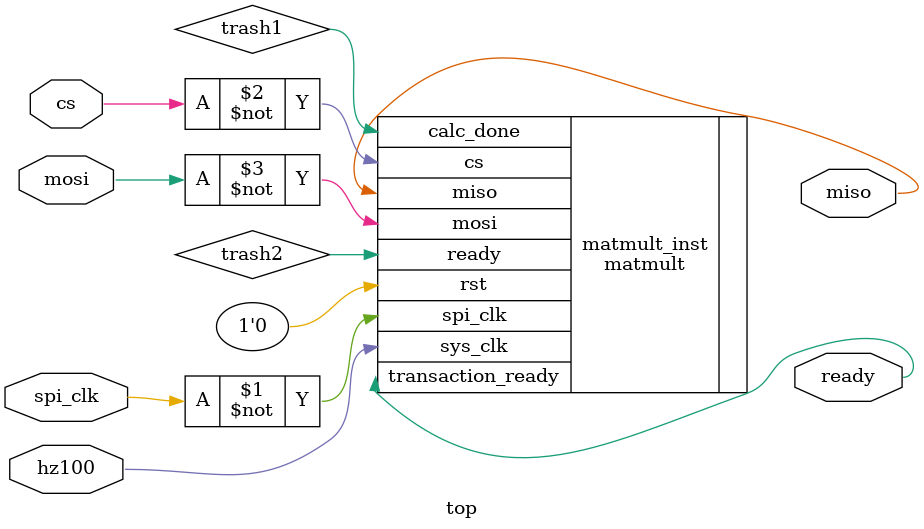
<source format=sv>

`default_nettype none
module top(
    // I/O ports
    input logic hz100,
    input logic spi_clk,
    input logic cs,
    input logic mosi,
    output logic miso,
    output logic ready

  /*input  logic hz100, reset,
  input  logic [20:0] pb, // pb17 = reset pb18 = start
  output logic [7:0] left, right,
         ss7, ss6, ss5, ss4, ss3, ss2, ss1, ss0,
  output logic red, green, blue,

  // UART ports
  output logic [7:0] txdata,
  input  logic [7:0] rxdata,
  output logic txclk, rxclk,
  input  logic txready, rxready*/
);

logic [17:0] result;
logic complete;

// Latch registers for inputs
//logic [3:0] row0_reg, row1_reg, col0_reg, col1_reg;

/*always_ff @(posedge pb[16] or posedge pb[17]) begin
    if (pb[17]) begin
        row0_reg <= 4'd0;
        row1_reg <= 4'd0;
        col0_reg <= 4'd0;
        col1_reg <= 4'd0;
    end else begin
        row0_reg <= pb[3:0];
        row1_reg <= pb[7:4];
        col0_reg <= pb[11:8];
        col1_reg <= pb[15:12];
    end
end*/
//logic miso, ready;

logic trash0, trash1, trash2; //lol

matmult matmult_inst (
    .sys_clk(hz100),
    .spi_clk(~spi_clk),
    .cs(~cs),
    .mosi(~mosi),
    .miso(miso),
    //.rst(pb[17]),
    .rst(1'b0),
    //.ready(right[2]),
    .ready(trash2),
    //.calc_done(right[0]),
    .calc_done(trash1),
    .transaction_ready(ready)
    //.left(left),
    //.result(result)

);

/*binToSS disp0(
    .result({result}),
    .seg0(ss0[7:0]),
    .seg1(ss1[7:0]),
    .seg2(ss2[7:0]),
    .seg3(ss3[7:0]),
    .seg4(ss4[7:0])
);*/




/*assign ss5[7:0] = 8'd0;
assign ss6[7:0] = 8'd0;
assign ss7[7:0] = 8'd0;*/

endmodule
</source>
